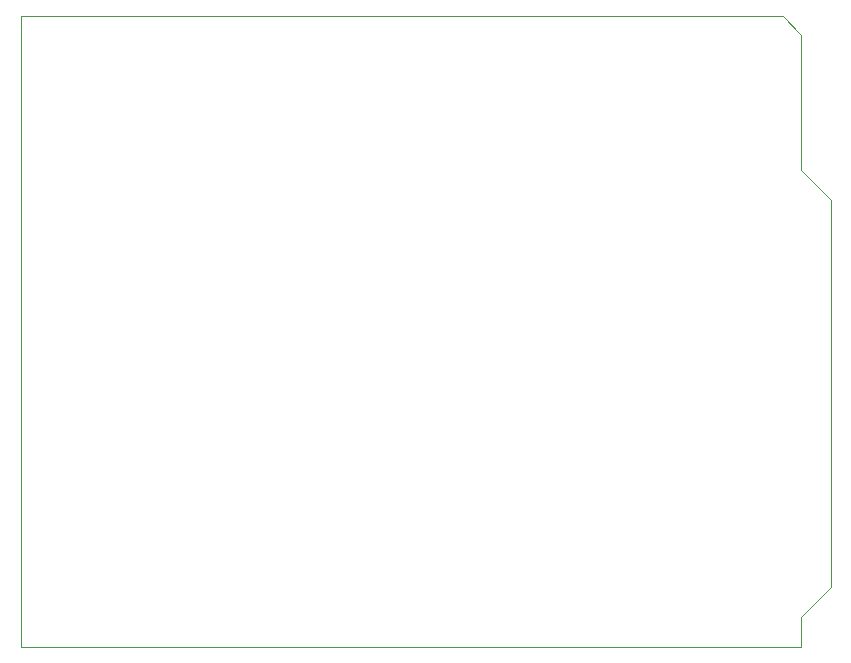
<source format=gm1>
G04 #@! TF.FileFunction,Profile,NP*
%FSLAX46Y46*%
G04 Gerber Fmt 4.6, Leading zero omitted, Abs format (unit mm)*
G04 Created by KiCad (PCBNEW 4.0.7) date 10/12/17 20:03:31*
%MOMM*%
%LPD*%
G01*
G04 APERTURE LIST*
%ADD10C,0.100000*%
G04 APERTURE END LIST*
D10*
X137190000Y-75186319D02*
X135625208Y-73621527D01*
X135625208Y-73621527D02*
X71120000Y-73621527D01*
X137190000Y-127000000D02*
X137190000Y-124460000D01*
X139670000Y-121920000D02*
X137190000Y-124460000D01*
X137190000Y-127000000D02*
X71120000Y-127000000D01*
X71120000Y-127000000D02*
X71120000Y-73621527D01*
X137190000Y-86614000D02*
X139670000Y-89154000D01*
X137190000Y-75186319D02*
X137190000Y-86614000D01*
X139670000Y-89154000D02*
X139670000Y-121920000D01*
M02*

</source>
